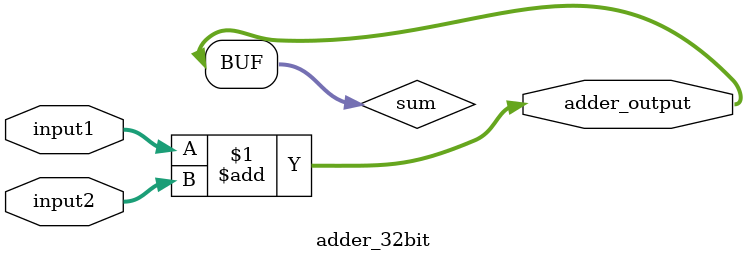
<source format=v>
module adder_32bit (
    input  [31:0] input1,  // Input from the extender
    input  [31:0] input2,       // Input from the PC
    output [31:0] adder_output  // Output to the mux
);

    // Assuming a ripple-carry adder for this example
    wire [31:0] sum;
    assign sum = input1 + input2;

    assign adder_output = sum;  // Pass the sum as the branch target address

endmodule
</source>
